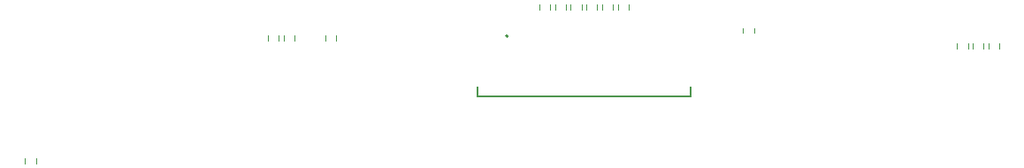
<source format=gbr>
%TF.GenerationSoftware,KiCad,Pcbnew,(5.1.7)-1*%
%TF.CreationDate,2021-05-03T22:05:59+02:00*%
%TF.ProjectId,KaszmirSensors,4b61737a-6d69-4725-9365-6e736f72732e,rev?*%
%TF.SameCoordinates,Original*%
%TF.FileFunction,Legend,Top*%
%TF.FilePolarity,Positive*%
%FSLAX46Y46*%
G04 Gerber Fmt 4.6, Leading zero omitted, Abs format (unit mm)*
G04 Created by KiCad (PCBNEW (5.1.7)-1) date 2021-05-03 22:05:59*
%MOMM*%
%LPD*%
G01*
G04 APERTURE LIST*
%ADD10C,0.120000*%
%ADD11C,0.127000*%
%ADD12C,0.200000*%
G04 APERTURE END LIST*
D10*
%TO.C,R15*%
X110022500Y-94737258D02*
X110022500Y-94262742D01*
X108977500Y-94737258D02*
X108977500Y-94262742D01*
%TO.C,R14*%
X111522500Y-94737258D02*
X111522500Y-94262742D01*
X110477500Y-94737258D02*
X110477500Y-94262742D01*
%TO.C,R13*%
X134977500Y-91262742D02*
X134977500Y-91737258D01*
X136022500Y-91262742D02*
X136022500Y-91737258D01*
%TO.C,R12*%
X136477500Y-91262742D02*
X136477500Y-91737258D01*
X137522500Y-91262742D02*
X137522500Y-91737258D01*
%TO.C,R11*%
X137977500Y-91262742D02*
X137977500Y-91737258D01*
X139022500Y-91262742D02*
X139022500Y-91737258D01*
%TO.C,R10*%
X139477500Y-91262742D02*
X139477500Y-91737258D01*
X140522500Y-91262742D02*
X140522500Y-91737258D01*
%TO.C,R9*%
X140977500Y-91262742D02*
X140977500Y-91737258D01*
X142022500Y-91262742D02*
X142022500Y-91737258D01*
%TO.C,R8*%
X142477500Y-91262742D02*
X142477500Y-91737258D01*
X143522500Y-91262742D02*
X143522500Y-91737258D01*
%TO.C,R7*%
X176022500Y-95487258D02*
X176022500Y-95012742D01*
X174977500Y-95487258D02*
X174977500Y-95012742D01*
%TO.C,R6*%
X179022500Y-95487258D02*
X179022500Y-95012742D01*
X177977500Y-95487258D02*
X177977500Y-95012742D01*
%TO.C,R5*%
X85727500Y-106012742D02*
X85727500Y-106487258D01*
X86772500Y-106012742D02*
X86772500Y-106487258D01*
%TO.C,R4*%
X114477500Y-94262742D02*
X114477500Y-94737258D01*
X115522500Y-94262742D02*
X115522500Y-94737258D01*
%TO.C,R2*%
X154477500Y-93512742D02*
X154477500Y-93987258D01*
X155522500Y-93512742D02*
X155522500Y-93987258D01*
%TO.C,R1*%
X176477500Y-95012742D02*
X176477500Y-95487258D01*
X177522500Y-95012742D02*
X177522500Y-95487258D01*
D11*
%TO.C,J1*%
X129035000Y-100050000D02*
X129035000Y-99100000D01*
X149465000Y-100050000D02*
X149465000Y-99100000D01*
X129035000Y-100050000D02*
X149465000Y-100050000D01*
D12*
X131950000Y-94300000D02*
G75*
G03*
X131950000Y-94300000I-100000J0D01*
G01*
%TD*%
M02*

</source>
